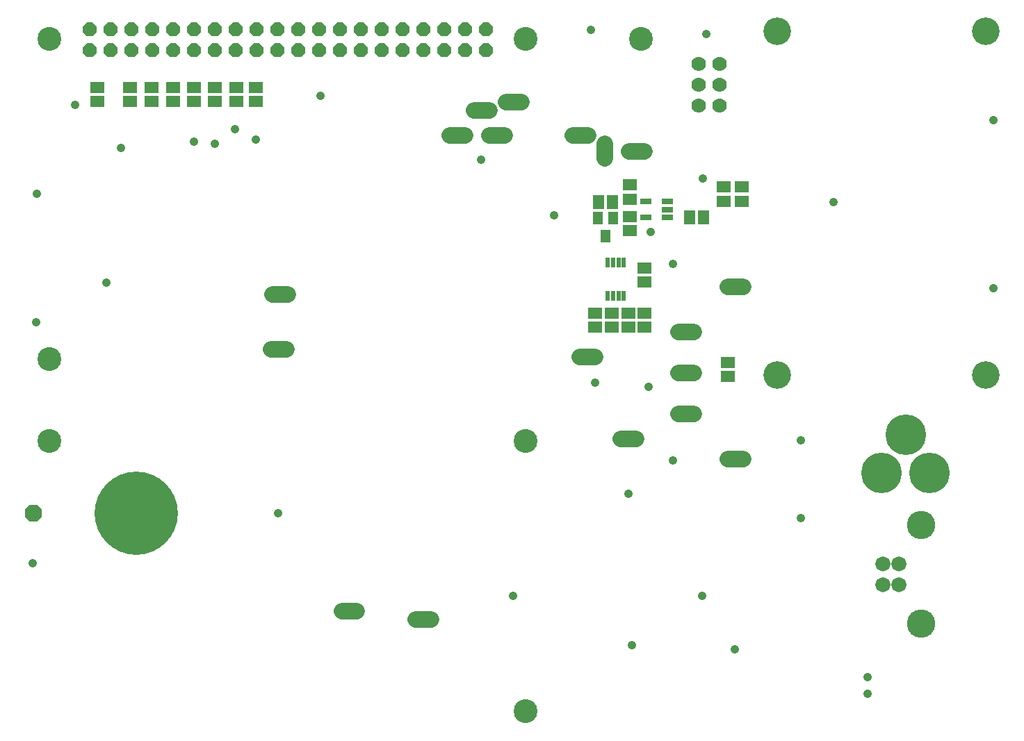
<source format=gbs>
G75*
%MOIN*%
%OFA0B0*%
%FSLAX24Y24*%
%IPPOS*%
%LPD*%
%AMOC8*
5,1,8,0,0,1.08239X$1,22.5*
%
%ADD10C,0.1143*%
%ADD11C,0.0788*%
%ADD12C,0.1950*%
%ADD13C,0.0700*%
%ADD14R,0.0651X0.0572*%
%ADD15R,0.0532X0.0277*%
%ADD16R,0.0572X0.0651*%
%ADD17R,0.0454X0.0611*%
%ADD18R,0.0237X0.0454*%
%ADD19C,0.0720*%
%ADD20C,0.1360*%
%ADD21C,0.3997*%
%ADD22OC8,0.0820*%
%ADD23C,0.1320*%
%ADD24OC8,0.0660*%
%ADD25C,0.0414*%
D10*
X001912Y014698D03*
X001912Y018635D03*
X001912Y033989D03*
X024747Y033989D03*
X030259Y033989D03*
X024747Y014698D03*
X024747Y001706D03*
D11*
X020199Y006135D02*
X019471Y006135D01*
X016656Y006528D02*
X015928Y006528D01*
X029314Y014796D02*
X030041Y014796D01*
X032070Y015977D02*
X032797Y015977D01*
X032797Y017946D02*
X032070Y017946D01*
X032070Y019914D02*
X032797Y019914D01*
X034432Y022080D02*
X035159Y022080D01*
X028073Y018733D02*
X027345Y018733D01*
X034432Y013812D02*
X035159Y013812D01*
X028526Y028242D02*
X028526Y028969D01*
X027739Y029363D02*
X027012Y029363D01*
X024530Y030938D02*
X023802Y030938D01*
X023015Y030544D02*
X022287Y030544D01*
X021834Y029363D02*
X021106Y029363D01*
X023015Y029363D02*
X023742Y029363D01*
X029708Y028576D02*
X030435Y028576D01*
X013348Y021725D02*
X012621Y021725D01*
X012542Y019087D02*
X013270Y019087D01*
D12*
X041798Y013143D03*
X042979Y014993D03*
X044121Y013143D03*
D13*
X034056Y030804D03*
X033056Y030804D03*
X033056Y031804D03*
X034056Y031804D03*
X034056Y032804D03*
X033056Y032804D03*
D14*
X029757Y026971D03*
X029757Y026302D03*
X029757Y025446D03*
X029757Y024776D03*
X030446Y022985D03*
X030446Y022316D03*
X030446Y020820D03*
X029658Y020820D03*
X029658Y020150D03*
X030446Y020150D03*
X028871Y020150D03*
X028084Y020150D03*
X028084Y020820D03*
X028871Y020820D03*
X034432Y018458D03*
X034432Y017788D03*
X034235Y026204D03*
X034235Y026873D03*
X035121Y026873D03*
X035121Y026204D03*
X011794Y030977D03*
X011794Y031647D03*
X010859Y031647D03*
X010859Y030977D03*
X009855Y030977D03*
X009855Y031647D03*
X008841Y031647D03*
X008841Y030977D03*
X007857Y030977D03*
X007857Y031647D03*
X006824Y031647D03*
X006824Y030977D03*
X005790Y030977D03*
X005790Y031647D03*
X004215Y031647D03*
X004215Y030977D03*
D15*
X030524Y026174D03*
X030524Y025426D03*
X031548Y025426D03*
X031548Y025800D03*
X031548Y026174D03*
D16*
X032621Y025406D03*
X033290Y025406D03*
X028910Y026145D03*
X028241Y026145D03*
D17*
X028202Y025397D03*
X028950Y025397D03*
X028576Y024530D03*
D18*
X028684Y023261D03*
X028940Y023261D03*
X029196Y023261D03*
X029452Y023261D03*
X029452Y021647D03*
X029196Y021647D03*
X028940Y021647D03*
X028684Y021647D03*
D19*
X041870Y008773D03*
X042650Y008773D03*
X042650Y007788D03*
X041870Y007788D03*
D20*
X043720Y005910D03*
X043720Y010650D03*
D21*
X006086Y011233D03*
D22*
X001154Y011233D03*
D23*
X036814Y017841D03*
X046814Y017841D03*
X046814Y034341D03*
X036814Y034341D03*
D24*
X022828Y034469D03*
X021828Y034469D03*
X020828Y034469D03*
X020828Y033469D03*
X021828Y033469D03*
X022828Y033469D03*
X019828Y033469D03*
X018828Y033469D03*
X017828Y033469D03*
X016828Y033469D03*
X015828Y033469D03*
X014828Y033469D03*
X013828Y033469D03*
X012828Y033469D03*
X011828Y033469D03*
X010828Y033469D03*
X009828Y033469D03*
X008828Y033469D03*
X007828Y033469D03*
X006828Y033469D03*
X005828Y033469D03*
X004828Y033469D03*
X003828Y033469D03*
X003828Y034469D03*
X004828Y034469D03*
X005828Y034469D03*
X006828Y034469D03*
X007828Y034469D03*
X008828Y034469D03*
X009828Y034469D03*
X010828Y034469D03*
X011828Y034469D03*
X012828Y034469D03*
X013828Y034469D03*
X014828Y034469D03*
X015828Y034469D03*
X016828Y034469D03*
X017828Y034469D03*
X018828Y034469D03*
X019828Y034469D03*
D25*
X001115Y008822D03*
X012877Y011233D03*
X024147Y007247D03*
X029855Y004885D03*
X033202Y007247D03*
X034776Y004688D03*
X041125Y003339D03*
X041145Y002552D03*
X037926Y010987D03*
X037926Y014727D03*
X031824Y013743D03*
X029658Y012168D03*
X030643Y017286D03*
X028084Y017483D03*
X031824Y023192D03*
X030741Y024717D03*
X033251Y027276D03*
X039501Y026145D03*
X047178Y030082D03*
X047178Y022011D03*
X033399Y034215D03*
X027887Y034412D03*
X022621Y028202D03*
X026115Y025505D03*
X014895Y031263D03*
X011794Y029147D03*
X010810Y029639D03*
X009826Y028950D03*
X008841Y029048D03*
X005347Y028753D03*
X003133Y030820D03*
X001312Y026538D03*
X004629Y022296D03*
X001263Y020387D03*
M02*

</source>
